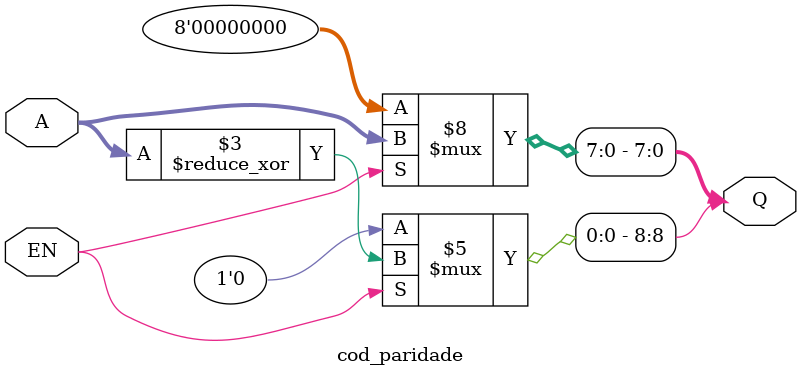
<source format=sv>
module cod_paridade(
    input EN,
    input [7:0] A,
    output reg [8:0] Q
);
    //assign Q[7:0] = A[7:0];
    //assign Q[8] = *(A[7:9]);
    always_comb
        begin
            if (EN==1'b1) // if (EN)
                begin
                    Q = A;
                    Q[8] = ^(A[7:0]);
                end
            else
                begin
                    Q = 'd0;
                end
    end
endmodule
</source>
